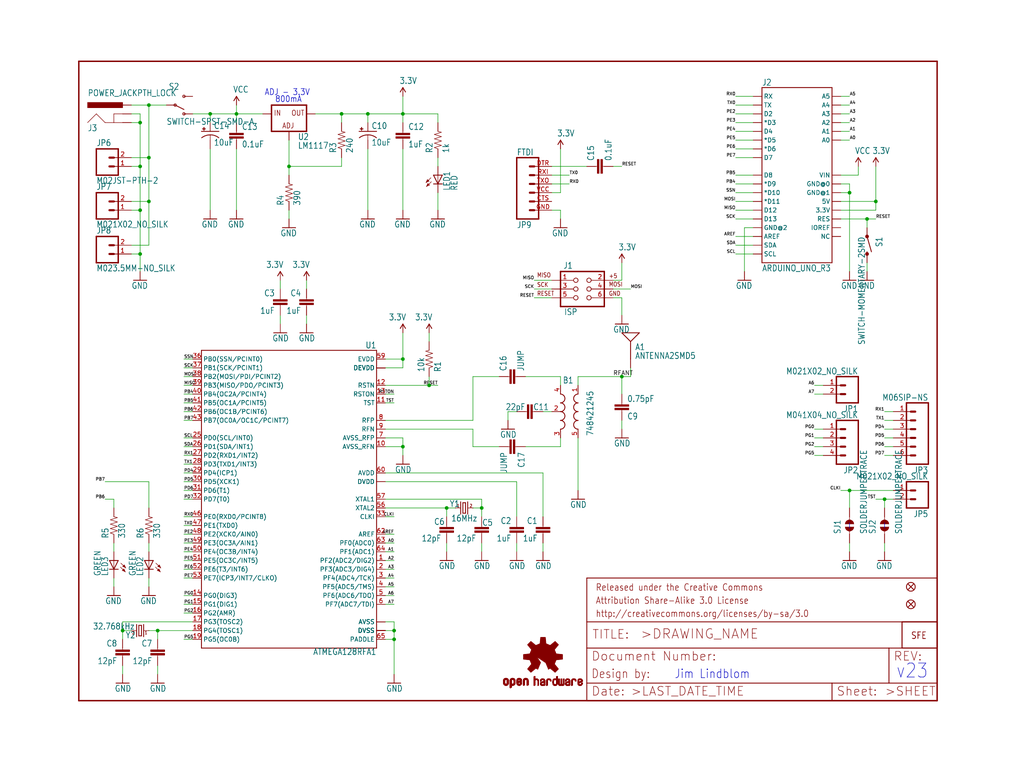
<source format=kicad_sch>
(kicad_sch (version 20211123) (generator eeschema)
  (paper "User" 297.002 223.926)
  (lib_symbols
    (symbol "eagleSchem-eagle-import:3.3V" (power)
      (property "Value" "3.3V" (at -1.016 3.556 0))
      (symbol "3.3V_1_0"
        (pin power_in line (at 0 0 90) (length 2.54) (name "3.3V") (number "1"))
      )
    )
    (symbol "eagleSchem-eagle-import:ANTENNA2SMD5"
      (property "Value" "ANTENNA2SMD5" (at 1.27 -2.54 0))
      (symbol "ANTENNA2SMD5_1_0"
        (pin bidirectional line (at 0 -5.08 90) (length 2.54) (name "SIGNAL") (number "FEED"))
      )
    )
    (symbol "eagleSchem-eagle-import:ARDUINO_UNO_R3"
      (property "Reference" "J" (at -10.16 25.908 0))
      (property "Value" "ARDUINO_UNO_R3" (at -10.16 -27.94 0))
      (symbol "ARDUINO_UNO_R3_1_0"
        (pin bidirectional line (at 12.7 -10.16 180) (length 2.54) (name "3.3V") (number "3.3V"))
        (pin bidirectional line (at 12.7 -7.62 180) (length 2.54) (name "5V") (number "5V"))
        (pin bidirectional line (at 12.7 10.16 180) (length 2.54) (name "A0") (number "A0"))
        (pin bidirectional line (at 12.7 12.7 180) (length 2.54) (name "A1") (number "A1"))
        (pin bidirectional line (at 12.7 15.24 180) (length 2.54) (name "A2") (number "A2"))
        (pin bidirectional line (at 12.7 17.78 180) (length 2.54) (name "A3") (number "A3"))
        (pin bidirectional line (at 12.7 20.32 180) (length 2.54) (name "A4") (number "A4"))
        (pin bidirectional line (at 12.7 22.86 180) (length 2.54) (name "A5") (number "A5"))
        (pin bidirectional line (at -12.7 -17.78 0) (length 2.54) (name "AREF") (number "AREF"))
        (pin bidirectional line (at -12.7 -5.08 0) (length 2.54) (name "*D10") (number "D10"))
        (pin bidirectional line (at -12.7 -7.62 0) (length 2.54) (name "*D11") (number "D11"))
        (pin bidirectional line (at -12.7 -10.16 0) (length 2.54) (name "D12") (number "D12"))
        (pin bidirectional line (at -12.7 -12.7 0) (length 2.54) (name "D13") (number "D13"))
        (pin bidirectional line (at -12.7 17.78 0) (length 2.54) (name "D2") (number "D2"))
        (pin bidirectional line (at -12.7 15.24 0) (length 2.54) (name "*D3") (number "D3"))
        (pin bidirectional line (at -12.7 12.7 0) (length 2.54) (name "D4") (number "D4"))
        (pin bidirectional line (at -12.7 10.16 0) (length 2.54) (name "*D5") (number "D5"))
        (pin bidirectional line (at -12.7 7.62 0) (length 2.54) (name "*D6") (number "D6"))
        (pin bidirectional line (at -12.7 5.08 0) (length 2.54) (name "D7") (number "D7"))
        (pin bidirectional line (at -12.7 0 0) (length 2.54) (name "D8") (number "D8"))
        (pin bidirectional line (at -12.7 -2.54 0) (length 2.54) (name "*D9") (number "D9"))
        (pin bidirectional line (at 12.7 -2.54 180) (length 2.54) (name "GND@0") (number "GND@0"))
        (pin bidirectional line (at 12.7 -5.08 180) (length 2.54) (name "GND@1") (number "GND@1"))
        (pin bidirectional line (at -12.7 -15.24 0) (length 2.54) (name "GND@2") (number "GND@2"))
        (pin bidirectional line (at 12.7 -15.24 180) (length 2.54) (name "IOREF") (number "IOREF"))
        (pin bidirectional line (at 12.7 -17.78 180) (length 2.54) (name "NC") (number "NC"))
        (pin bidirectional line (at 12.7 -12.7 180) (length 2.54) (name "RES") (number "RES"))
        (pin bidirectional line (at -12.7 22.86 0) (length 2.54) (name "RX") (number "RX"))
        (pin bidirectional line (at -12.7 -22.86 0) (length 2.54) (name "SCL") (number "SCL"))
        (pin bidirectional line (at -12.7 -20.32 0) (length 2.54) (name "SDA") (number "SDA"))
        (pin bidirectional line (at -12.7 20.32 0) (length 2.54) (name "TX") (number "TX"))
        (pin bidirectional line (at 12.7 0 180) (length 2.54) (name "VIN") (number "VIN"))
      )
    )
    (symbol "eagleSchem-eagle-import:ATMEGA128RFA1"
      (property "Reference" "U" (at -25.4 43.688 0))
      (property "Value" "ATMEGA128RFA1" (at -25.4 -45.212 0))
      (symbol "ATMEGA128RFA1_1_0"
        (pin bidirectional line (at -27.94 -17.78 0) (length 2.54) (name "PF2(ADC2/DIG2)") (number "1"))
        (pin bidirectional line (at -27.94 15.24 0) (length 2.54) (name "AVSS_RFN") (number "10"))
        (pin bidirectional line (at -27.94 27.94 0) (length 2.54) (name "TST") (number "11"))
        (pin bidirectional line (at -27.94 33.02 0) (length 2.54) (name "RSTN") (number "12"))
        (pin bidirectional line (at -27.94 30.48 0) (length 2.54) (name "RSTON") (number "13"))
        (pin bidirectional line (at 27.94 -27.94 180) (length 2.54) (name "PG0(DIG3)") (number "14"))
        (pin bidirectional line (at 27.94 -30.48 180) (length 2.54) (name "PG1(DIG1)") (number "15"))
        (pin bidirectional line (at 27.94 -33.02 180) (length 2.54) (name "PG2(AMR)") (number "16"))
        (pin bidirectional line (at 27.94 -35.56 180) (length 2.54) (name "PG3(TOSC2)") (number "17"))
        (pin bidirectional line (at 27.94 -38.1 180) (length 2.54) (name "PG4(TOSC1)") (number "18"))
        (pin bidirectional line (at 27.94 -40.64 180) (length 2.54) (name "PG5(OC0B)") (number "19"))
        (pin bidirectional line (at -27.94 -20.32 0) (length 2.54) (name "PF3(ADC3/DIG4)") (number "2"))
        (pin bidirectional line (at -27.94 -38.1 0) (length 2.54) (name "DVSS") (number "20"))
        (pin bidirectional line (at -27.94 5.08 0) (length 2.54) (name "DVDD") (number "21"))
        (pin bidirectional line (at -27.94 5.08 0) (length 2.54) (name "DVDD") (number "22"))
        (pin bidirectional line (at -27.94 38.1 0) (length 2.54) (name "DEVDD") (number "23"))
        (pin bidirectional line (at -27.94 -38.1 0) (length 2.54) (name "DVSS") (number "24"))
        (pin bidirectional line (at 27.94 17.78 180) (length 2.54) (name "PD0(SCL/INT0)") (number "25"))
        (pin bidirectional line (at 27.94 15.24 180) (length 2.54) (name "PD1(SDA/INT1)") (number "26"))
        (pin bidirectional line (at 27.94 12.7 180) (length 2.54) (name "PD2(RXD1/INT2)") (number "27"))
        (pin bidirectional line (at 27.94 10.16 180) (length 2.54) (name "PD3(TXD1/INT3)") (number "28"))
        (pin bidirectional line (at 27.94 7.62 180) (length 2.54) (name "PD4(ICP1)") (number "29"))
        (pin bidirectional line (at -27.94 -22.86 0) (length 2.54) (name "PF4(ADC4/TCK)") (number "3"))
        (pin bidirectional line (at 27.94 5.08 180) (length 2.54) (name "PD5(XCK1)") (number "30"))
        (pin bidirectional line (at 27.94 2.54 180) (length 2.54) (name "PD6(T1)") (number "31"))
        (pin bidirectional line (at 27.94 0 180) (length 2.54) (name "PD7(T0)") (number "32"))
        (pin bidirectional line (at -27.94 -5.08 0) (length 2.54) (name "CLKI") (number "33"))
        (pin bidirectional line (at -27.94 38.1 0) (length 2.54) (name "DEVDD") (number "34"))
        (pin bidirectional line (at -27.94 -38.1 0) (length 2.54) (name "DVSS") (number "35"))
        (pin bidirectional line (at 27.94 40.64 180) (length 2.54) (name "PB0(SSN/PCINT0)") (number "36"))
        (pin bidirectional line (at 27.94 38.1 180) (length 2.54) (name "PB1(SCK/PCINT1)") (number "37"))
        (pin bidirectional line (at 27.94 35.56 180) (length 2.54) (name "PB2(MOSI/PDI/PCINT2)") (number "38"))
        (pin bidirectional line (at 27.94 33.02 180) (length 2.54) (name "PB3(MISO/PDO/PCINT3)") (number "39"))
        (pin bidirectional line (at -27.94 -25.4 0) (length 2.54) (name "PF5(ADC5/TMS)") (number "4"))
        (pin bidirectional line (at 27.94 30.48 180) (length 2.54) (name "PB4(OC2A/PCINT4)") (number "40"))
        (pin bidirectional line (at 27.94 27.94 180) (length 2.54) (name "PB5(OC1A/PCINT5)") (number "41"))
        (pin bidirectional line (at 27.94 25.4 180) (length 2.54) (name "PB6(OC1B/PCINT6)") (number "42"))
        (pin bidirectional line (at 27.94 22.86 180) (length 2.54) (name "PB7(OC0A/OC1C/PCINT7)") (number "43"))
        (pin bidirectional line (at -27.94 38.1 0) (length 2.54) (name "DEVDD") (number "44"))
        (pin bidirectional line (at -27.94 -38.1 0) (length 2.54) (name "DVSS") (number "45"))
        (pin bidirectional line (at 27.94 -5.08 180) (length 2.54) (name "PE0(RXD0/PCINT8)") (number "46"))
        (pin bidirectional line (at 27.94 -7.62 180) (length 2.54) (name "PE1(TXD0)") (number "47"))
        (pin bidirectional line (at 27.94 -10.16 180) (length 2.54) (name "PE2(XCK0/AIN0)") (number "48"))
        (pin bidirectional line (at 27.94 -12.7 180) (length 2.54) (name "PE3(OC3A/AIN1)") (number "49"))
        (pin bidirectional line (at -27.94 -27.94 0) (length 2.54) (name "PF6(ADC6/TDO)") (number "5"))
        (pin bidirectional line (at 27.94 -15.24 180) (length 2.54) (name "PE4(OC3B/INT4)") (number "50"))
        (pin bidirectional line (at 27.94 -17.78 180) (length 2.54) (name "PE5(OC3C/INT5)") (number "51"))
        (pin bidirectional line (at 27.94 -20.32 180) (length 2.54) (name "PE6(T3/INT6)") (number "52"))
        (pin bidirectional line (at 27.94 -22.86 180) (length 2.54) (name "PE7(ICP3/INT7/CLKO)") (number "53"))
        (pin bidirectional line (at -27.94 38.1 0) (length 2.54) (name "DEVDD") (number "54"))
        (pin bidirectional line (at -27.94 -38.1 0) (length 2.54) (name "DVSS") (number "55"))
        (pin bidirectional line (at -27.94 -2.54 0) (length 2.54) (name "XTAL2") (number "56"))
        (pin bidirectional line (at -27.94 0 0) (length 2.54) (name "XTAL1") (number "57"))
        (pin bidirectional line (at -27.94 -35.56 0) (length 2.54) (name "AVSS") (number "58"))
        (pin bidirectional line (at -27.94 40.64 0) (length 2.54) (name "EVDD") (number "59"))
        (pin bidirectional line (at -27.94 -30.48 0) (length 2.54) (name "PF7(ADC7/TDI)") (number "6"))
        (pin bidirectional line (at -27.94 7.62 0) (length 2.54) (name "AVDD") (number "60"))
        (pin bidirectional line (at -27.94 -35.56 0) (length 2.54) (name "AVSS") (number "61"))
        (pin bidirectional line (at -27.94 -10.16 0) (length 2.54) (name "AREF") (number "62"))
        (pin bidirectional line (at -27.94 -12.7 0) (length 2.54) (name "PF0(ADC0)") (number "63"))
        (pin bidirectional line (at -27.94 -15.24 0) (length 2.54) (name "PF1(ADC1)") (number "64"))
        (pin bidirectional line (at -27.94 -40.64 0) (length 2.54) (name "PADDLE") (number "65"))
        (pin bidirectional line (at -27.94 17.78 0) (length 2.54) (name "AVSS_RFP") (number "7"))
        (pin bidirectional line (at -27.94 22.86 0) (length 2.54) (name "RFP") (number "8"))
        (pin bidirectional line (at -27.94 20.32 0) (length 2.54) (name "RFN") (number "9"))
      )
    )
    (symbol "eagleSchem-eagle-import:AVR_SPI_PRG_6NS"
      (property "Reference" "J" (at -4.318 5.842 0))
      (property "Value" "AVR_SPI_PRG_6NS" (at -4.064 -7.62 0))
      (symbol "AVR_SPI_PRG_6NS_1_0"
        (text "+5" (at 8.89 3.048 0) (effects (font (size 1.27 1.0795)) (justify left bottom)))
        (text "GND" (at 8.89 -2.032 0) (effects (font (size 1.27 1.0795)) (justify left bottom)))
        (text "MISO" (at -11.938 3.302 0) (effects (font (size 1.27 1.0795)) (justify left bottom)))
        (text "MOSI" (at 8.89 0.635 0) (effects (font (size 1.27 1.0795)) (justify left bottom)))
        (text "RESET" (at -11.938 -2.032 0) (effects (font (size 1.27 1.0795)) (justify left bottom)))
        (text "SCK" (at -11.938 0.508 0) (effects (font (size 1.27 1.0795)) (justify left bottom)))
        (pin passive inverted (at -7.62 2.54 0) (length 7.62) (name "1") (number "1"))
        (pin passive inverted (at 10.16 2.54 180) (length 7.62) (name "2") (number "2"))
        (pin passive inverted (at -7.62 0 0) (length 7.62) (name "3") (number "3"))
        (pin passive inverted (at 10.16 0 180) (length 7.62) (name "4") (number "4"))
        (pin passive inverted (at -7.62 -2.54 0) (length 7.62) (name "5") (number "5"))
        (pin passive inverted (at 10.16 -2.54 180) (length 7.62) (name "6") (number "6"))
      )
    )
    (symbol "eagleSchem-eagle-import:BALUN0805"
      (property "Reference" "B" (at -5.08 -20.32 0))
      (property "Value" "BALUN0805" (at -5.08 -17.78 0))
      (symbol "BALUN0805_1_0"
        (pin bidirectional line (at -2.54 5.08 270) (length 2.54) (name "IN") (number "1"))
        (pin bidirectional line (at 5.08 -2.54 180) (length 2.54) (name "GND@2") (number "2"))
        (pin bidirectional line (at 2.54 -10.16 90) (length 2.54) (name "OUT2") (number "3"))
        (pin bidirectional line (at 2.54 5.08 270) (length 2.54) (name "OUT1") (number "4"))
        (pin bidirectional line (at -2.54 -10.16 90) (length 2.54) (name "GND@5") (number "5"))
      )
    )
    (symbol "eagleSchem-eagle-import:CAP0402-CAP"
      (property "Reference" "C" (at 1.524 2.921 0))
      (property "Value" "CAP0402-CAP" (at 1.524 -2.159 0))
      (symbol "CAP0402-CAP_1_0"
        (pin passive line (at 0 5.08 270) (length 2.54) (name "1") (number "1"))
        (pin passive line (at 0 -2.54 90) (length 2.54) (name "2") (number "2"))
      )
    )
    (symbol "eagleSchem-eagle-import:CAP_POL1206"
      (property "Reference" "C" (at 1.016 0.635 0))
      (property "Value" "CAP_POL1206" (at 1.016 -4.191 0))
      (symbol "CAP_POL1206_1_0"
        (pin passive line (at 0 2.54 270) (length 2.54) (name "+") (number "A"))
        (pin passive line (at 0 -5.08 90) (length 2.54) (name "-") (number "C"))
      )
    )
    (symbol "eagleSchem-eagle-import:CRYSTAL32-SMD"
      (property "Reference" "Y" (at 2.54 1.016 0))
      (property "Value" "CRYSTAL32-SMD" (at 2.54 -2.54 0))
      (symbol "CRYSTAL32-SMD_1_0"
        (text "1" (at -2.159 -1.143 0) (effects (font (size 0.8636 0.734)) (justify left bottom)))
        (text "2" (at 1.524 -1.143 0) (effects (font (size 0.8636 0.734)) (justify left bottom)))
        (pin passive line (at -2.54 0 0) (length 0) (name "1") (number "X1"))
        (pin passive line (at 2.54 0 180) (length 0) (name "2") (number "X2"))
      )
    )
    (symbol "eagleSchem-eagle-import:CRYSTAL5X3"
      (property "Reference" "Y" (at 2.54 1.016 0))
      (property "Value" "CRYSTAL5X3" (at 2.54 -2.54 0))
      (symbol "CRYSTAL5X3_1_0"
        (text "1" (at -2.159 -1.143 0) (effects (font (size 0.8636 0.734)) (justify left bottom)))
        (text "2" (at 1.524 -1.143 0) (effects (font (size 0.8636 0.734)) (justify left bottom)))
        (pin passive line (at -2.54 0 0) (length 0) (name "1") (number "1"))
        (pin passive line (at 2.54 0 180) (length 0) (name "2") (number "3"))
      )
    )
    (symbol "eagleSchem-eagle-import:FIDUCIALUFIDUCIAL")
    (symbol "eagleSchem-eagle-import:FRAME-LETTER"
      (symbol "FRAME-LETTER_2_0"
        (text ">DRAWING_NAME" (at 15.494 17.78 0) (effects (font (size 2.7432 2.7432)) (justify left bottom)))
        (text ">LAST_DATE_TIME" (at 12.7 1.27 0) (effects (font (size 2.54 2.54)) (justify left bottom)))
        (text ">SHEET" (at 86.36 1.27 0) (effects (font (size 2.54 2.54)) (justify left bottom)))
        (text "Attribution Share-Alike 3.0 License" (at 2.54 27.94 0) (effects (font (size 1.9304 1.6408)) (justify left bottom)))
        (text "Date:" (at 1.27 1.27 0) (effects (font (size 2.54 2.54)) (justify left bottom)))
        (text "Design by:" (at 1.27 6.35 0) (effects (font (size 2.54 2.159)) (justify left bottom)))
        (text "Document Number:" (at 1.27 11.43 0) (effects (font (size 2.54 2.54)) (justify left bottom)))
        (text "http://creativecommons.org/licenses/by-sa/3.0" (at 2.54 24.13 0) (effects (font (size 1.9304 1.6408)) (justify left bottom)))
        (text "Released under the Creative Commons" (at 2.54 31.75 0) (effects (font (size 1.9304 1.6408)) (justify left bottom)))
        (text "REV:" (at 88.9 11.43 0) (effects (font (size 2.54 2.54)) (justify left bottom)))
        (text "Sheet:" (at 72.39 1.27 0) (effects (font (size 2.54 2.54)) (justify left bottom)))
        (text "TITLE:" (at 1.524 17.78 0) (effects (font (size 2.54 2.54)) (justify left bottom)))
      )
    )
    (symbol "eagleSchem-eagle-import:FTDI_BASICPTH"
      (property "Reference" "JP" (at -5.08 10.922 0))
      (property "Value" "FTDI_BASICPTH" (at -5.08 -10.16 0))
      (symbol "FTDI_BASICPTH_1_0"
        (pin passive line (at 5.08 5.08 180) (length 5.08) (name "5") (number "CTS"))
        (pin passive line (at 5.08 -5.08 180) (length 5.08) (name "1") (number "DTR"))
        (pin passive line (at 5.08 7.62 180) (length 5.08) (name "6") (number "GND"))
        (pin passive line (at 5.08 -2.54 180) (length 5.08) (name "2") (number "RXI"))
        (pin passive line (at 5.08 0 180) (length 5.08) (name "3") (number "TXO"))
        (pin passive line (at 5.08 2.54 180) (length 5.08) (name "4") (number "VCC"))
      )
    )
    (symbol "eagleSchem-eagle-import:GND" (power)
      (property "Value" "GND" (at -2.54 -2.54 0))
      (symbol "GND_1_0"
        (pin power_in line (at 0 2.54 270) (length 2.54) (name "GND") (number "1"))
      )
    )
    (symbol "eagleSchem-eagle-import:LED0603"
      (property "Reference" "LED" (at 3.556 -4.572 90))
      (property "Value" "LED0603" (at 5.715 -4.572 90))
      (symbol "LED0603_1_0"
        (pin passive line (at 0 2.54 270) (length 2.54) (name "A") (number "A"))
        (pin passive line (at 0 -5.08 90) (length 2.54) (name "C") (number "C"))
      )
    )
    (symbol "eagleSchem-eagle-import:LOGO-SFENEW"
      (symbol "LOGO-SFENEW_1_0"
        (text "SFE" (at 0 0 0) (effects (font (size 1.9304 1.6408)) (justify left bottom)))
      )
    )
    (symbol "eagleSchem-eagle-import:M021X02_NO_SILK"
      (property "Reference" "JP" (at -2.54 5.842 0))
      (property "Value" "M021X02_NO_SILK" (at -2.54 -5.08 0))
      (symbol "M021X02_NO_SILK_1_0"
        (pin passive line (at 7.62 0 180) (length 5.08) (name "1") (number "1"))
        (pin passive line (at 7.62 2.54 180) (length 5.08) (name "2") (number "2"))
      )
    )
    (symbol "eagleSchem-eagle-import:M023.5MM-NO_SILK"
      (property "Reference" "JP" (at -2.54 5.842 0))
      (property "Value" "M023.5MM-NO_SILK" (at -2.54 -5.08 0))
      (symbol "M023.5MM-NO_SILK_1_0"
        (pin passive line (at 7.62 0 180) (length 5.08) (name "1") (number "1"))
        (pin passive line (at 7.62 2.54 180) (length 5.08) (name "2") (number "2"))
      )
    )
    (symbol "eagleSchem-eagle-import:M02JST-PTH-2"
      (property "Reference" "JP" (at -2.54 5.842 0))
      (property "Value" "M02JST-PTH-2" (at -2.54 -5.08 0))
      (symbol "M02JST-PTH-2_1_0"
        (pin passive line (at 7.62 0 180) (length 5.08) (name "1") (number "1"))
        (pin passive line (at 7.62 2.54 180) (length 5.08) (name "2") (number "2"))
      )
    )
    (symbol "eagleSchem-eagle-import:M041X04_NO_SILK"
      (property "Reference" "JP" (at -5.08 8.382 0))
      (property "Value" "M041X04_NO_SILK" (at -5.08 -7.62 0))
      (symbol "M041X04_NO_SILK_1_0"
        (pin passive line (at 5.08 -2.54 180) (length 5.08) (name "1") (number "1"))
        (pin passive line (at 5.08 0 180) (length 5.08) (name "2") (number "2"))
        (pin passive line (at 5.08 2.54 180) (length 5.08) (name "3") (number "3"))
        (pin passive line (at 5.08 5.08 180) (length 5.08) (name "4") (number "4"))
      )
    )
    (symbol "eagleSchem-eagle-import:M06SIP-NS"
      (property "Reference" "JP" (at -5.08 10.922 0))
      (property "Value" "M06SIP-NS" (at -5.08 -10.16 0))
      (symbol "M06SIP-NS_1_0"
        (pin passive line (at 5.08 -5.08 180) (length 5.08) (name "1") (number "1"))
        (pin passive line (at 5.08 -2.54 180) (length 5.08) (name "2") (number "2"))
        (pin passive line (at 5.08 0 180) (length 5.08) (name "3") (number "3"))
        (pin passive line (at 5.08 2.54 180) (length 5.08) (name "4") (number "4"))
        (pin passive line (at 5.08 5.08 180) (length 5.08) (name "5") (number "5"))
        (pin passive line (at 5.08 7.62 180) (length 5.08) (name "6") (number "6"))
      )
    )
    (symbol "eagleSchem-eagle-import:OSHW-LOGOS")
    (symbol "eagleSchem-eagle-import:POWER_JACKPTH_LOCK"
      (property "Reference" "J" (at -10.16 0 0))
      (property "Value" "POWER_JACKPTH_LOCK" (at -10.16 10.16 0))
      (symbol "POWER_JACKPTH_LOCK_1_0"
        (pin bidirectional line (at 2.54 2.54 180) (length 2.54) (name "GND") (number "GND"))
        (pin bidirectional line (at 2.54 5.08 180) (length 2.54) (name "GNDBREAK") (number "GNDBREAK"))
        (pin bidirectional line (at 2.54 7.62 180) (length 2.54) (name "PWR") (number "PWR"))
      )
    )
    (symbol "eagleSchem-eagle-import:RESISTOR0402-RES"
      (property "Reference" "R" (at -3.81 1.4986 0))
      (property "Value" "RESISTOR0402-RES" (at -3.81 -3.302 0))
      (symbol "RESISTOR0402-RES_1_0"
        (pin passive line (at -5.08 0 0) (length 2.54) (name "1") (number "1"))
        (pin passive line (at 5.08 0 180) (length 2.54) (name "2") (number "2"))
      )
    )
    (symbol "eagleSchem-eagle-import:SOLDERJUMPERTRACE"
      (property "Reference" "SJ" (at -2.54 2.54 0))
      (property "Value" "SOLDERJUMPERTRACE" (at -2.54 -5.08 0))
      (symbol "SOLDERJUMPERTRACE_1_0"
        (pin passive line (at -5.08 0 0) (length 2.54) (name "1") (number "1"))
        (pin passive line (at 5.08 0 180) (length 2.54) (name "2") (number "2"))
      )
    )
    (symbol "eagleSchem-eagle-import:SWITCH-MOMENTARY-2SMD"
      (property "Reference" "S" (at -2.54 2.54 0))
      (property "Value" "SWITCH-MOMENTARY-2SMD" (at -2.54 -2.54 0))
      (symbol "SWITCH-MOMENTARY-2SMD_1_0"
        (pin passive line (at -5.08 0 0) (length 2.54) (name "1") (number "1"))
        (pin passive line (at 5.08 0 180) (length 2.54) (name "2") (number "3"))
      )
    )
    (symbol "eagleSchem-eagle-import:SWITCH-SPST-SMD-A"
      (property "Reference" "S" (at -1.905 -6.35 0))
      (property "Value" "SWITCH-SPST-SMD-A" (at -2.54 3.81 0))
      (symbol "SWITCH-SPST-SMD-A_1_0"
        (pin passive line (at 5.08 2.54 180) (length 2.54) (name "O") (number "1"))
        (pin passive line (at -2.54 0 0) (length 2.54) (name "P") (number "2"))
        (pin passive line (at 5.08 -2.54 180) (length 2.54) (name "S") (number "3"))
      )
    )
    (symbol "eagleSchem-eagle-import:VCC" (power)
      (property "Value" "VCC" (at -1.016 3.556 0))
      (symbol "VCC_1_0"
        (pin power_in line (at 0 0 90) (length 2.54) (name "VCC") (number "1"))
      )
    )
    (symbol "eagleSchem-eagle-import:V_REG_317SMD"
      (property "Reference" "U" (at 2.54 -7.62 0))
      (property "Value" "V_REG_317SMD" (at 2.54 -10.16 0))
      (symbol "V_REG_317SMD_1_0"
        (text "ADJ" (at -2.032 -4.318 0) (effects (font (size 1.524 1.2954)) (justify left bottom)))
        (text "IN" (at -4.445 -0.635 0) (effects (font (size 1.524 1.2954)) (justify left bottom)))
        (text "OUT" (at 0.635 -0.635 0) (effects (font (size 1.524 1.2954)) (justify left bottom)))
        (pin input line (at 0 -7.62 90) (length 2.54) (name "ADJ") (number "1"))
        (pin output line (at 7.62 0 180) (length 2.54) (name "OUT") (number "2"))
        (pin input line (at -7.62 0 0) (length 2.54) (name "IN") (number "3"))
      )
    )
  )
  (junction (at 106.68 33.02))
  (junction (at 251.46 63.5))
  (junction (at 43.18 30.48))
  (junction (at 83.82 48.26))
  (junction (at 99.06 33.02))
  (junction (at 114.3 182.88))
  (junction (at 254 58.42))
  (junction (at 139.7 147.32))
  (junction (at 40.64 35.56))
  (junction (at 43.18 45.72))
  (junction (at 60.96 33.02))
  (junction (at 246.38 142.24))
  (junction (at 114.3 185.42))
  (junction (at 40.64 60.96))
  (junction (at 116.84 129.54))
  (junction (at 35.56 182.88))
  (junction (at 116.84 33.02))
  (junction (at 124.46 111.76))
  (junction (at 40.64 48.26))
  (junction (at 68.58 33.02))
  (junction (at 129.54 147.32))
  (junction (at 43.18 58.42))
  (junction (at 45.72 182.88))
  (junction (at 246.38 55.88))
  (junction (at 256.54 144.78))
  (junction (at 180.34 109.22))
  (junction (at 116.84 104.14))
  (junction (at 40.64 73.66))
  (wire (pts (xy 256.54 160.02) (xy 256.54 157.48)))
  (wire (pts (xy 177.8 81.28) (xy 180.34 81.28)))
  (wire (pts (xy 40.64 48.26) (xy 40.64 60.96)))
  (wire (pts (xy 218.44 27.94) (xy 213.36 27.94)))
  (wire (pts (xy 139.7 147.32) (xy 139.7 144.78)))
  (wire (pts (xy 40.64 73.66) (xy 40.64 78.74)))
  (wire (pts (xy 243.84 60.96) (xy 254 60.96)))
  (wire (pts (xy 218.44 40.64) (xy 213.36 40.64)))
  (wire (pts (xy 182.88 109.22) (xy 180.34 109.22)))
  (wire (pts (xy 111.76 162.56) (xy 114.3 162.56)))
  (wire (pts (xy 114.3 185.42) (xy 114.3 195.58)))
  (wire (pts (xy 68.58 33.02) (xy 68.58 30.48)))
  (wire (pts (xy 111.76 127) (xy 116.84 127)))
  (wire (pts (xy 38.1 35.56) (xy 40.64 35.56)))
  (wire (pts (xy 256.54 147.32) (xy 256.54 144.78)))
  (wire (pts (xy 167.64 109.22) (xy 180.34 109.22)))
  (wire (pts (xy 129.54 149.86) (xy 129.54 147.32)))
  (wire (pts (xy 137.16 124.46) (xy 137.16 129.54)))
  (wire (pts (xy 218.44 33.02) (xy 213.36 33.02)))
  (wire (pts (xy 259.08 119.38) (xy 256.54 119.38)))
  (wire (pts (xy 259.08 121.92) (xy 256.54 121.92)))
  (wire (pts (xy 243.84 40.64) (xy 246.38 40.64)))
  (wire (pts (xy 116.84 132.08) (xy 116.84 129.54)))
  (wire (pts (xy 218.44 63.5) (xy 213.36 63.5)))
  (wire (pts (xy 243.84 30.48) (xy 246.38 30.48)))
  (wire (pts (xy 243.84 53.34) (xy 246.38 53.34)))
  (wire (pts (xy 111.76 121.92) (xy 137.16 121.92)))
  (wire (pts (xy 43.18 167.64) (xy 43.18 170.18)))
  (wire (pts (xy 55.88 167.64) (xy 53.34 167.64)))
  (wire (pts (xy 83.82 48.26) (xy 83.82 50.8)))
  (wire (pts (xy 243.84 50.8) (xy 248.92 50.8)))
  (wire (pts (xy 127 48.26) (xy 127 45.72)))
  (wire (pts (xy 55.88 111.76) (xy 53.34 111.76)))
  (wire (pts (xy 116.84 35.56) (xy 116.84 33.02)))
  (wire (pts (xy 157.48 137.16) (xy 157.48 149.86)))
  (wire (pts (xy 43.18 139.7) (xy 30.48 139.7)))
  (wire (pts (xy 170.18 48.26) (xy 160.02 48.26)))
  (wire (pts (xy 218.44 50.8) (xy 213.36 50.8)))
  (wire (pts (xy 218.44 58.42) (xy 213.36 58.42)))
  (wire (pts (xy 38.1 60.96) (xy 40.64 60.96)))
  (wire (pts (xy 139.7 144.78) (xy 111.76 144.78)))
  (wire (pts (xy 254 60.96) (xy 254 58.42)))
  (wire (pts (xy 55.88 129.54) (xy 53.34 129.54)))
  (wire (pts (xy 55.88 116.84) (xy 53.34 116.84)))
  (wire (pts (xy 111.76 137.16) (xy 157.48 137.16)))
  (wire (pts (xy 180.34 124.46) (xy 180.34 121.92)))
  (wire (pts (xy 160.02 83.82) (xy 154.94 83.82)))
  (wire (pts (xy 139.7 149.86) (xy 139.7 147.32)))
  (wire (pts (xy 218.44 35.56) (xy 213.36 35.56)))
  (wire (pts (xy 55.88 132.08) (xy 53.34 132.08)))
  (wire (pts (xy 68.58 60.96) (xy 68.58 43.18)))
  (wire (pts (xy 238.76 132.08) (xy 236.22 132.08)))
  (wire (pts (xy 60.96 35.56) (xy 60.96 33.02)))
  (wire (pts (xy 43.18 147.32) (xy 43.18 139.7)))
  (wire (pts (xy 162.56 60.96) (xy 162.56 63.5)))
  (wire (pts (xy 246.38 142.24) (xy 243.84 142.24)))
  (wire (pts (xy 238.76 114.3) (xy 236.22 114.3)))
  (wire (pts (xy 218.44 68.58) (xy 213.36 68.58)))
  (wire (pts (xy 116.84 106.68) (xy 116.84 104.14)))
  (wire (pts (xy 180.34 114.3) (xy 180.34 109.22)))
  (wire (pts (xy 99.06 48.26) (xy 83.82 48.26)))
  (wire (pts (xy 243.84 27.94) (xy 246.38 27.94)))
  (wire (pts (xy 45.72 185.42) (xy 45.72 182.88)))
  (wire (pts (xy 55.88 177.8) (xy 53.34 177.8)))
  (wire (pts (xy 33.02 147.32) (xy 33.02 144.78)))
  (wire (pts (xy 55.88 162.56) (xy 53.34 162.56)))
  (wire (pts (xy 99.06 33.02) (xy 106.68 33.02)))
  (wire (pts (xy 111.76 170.18) (xy 114.3 170.18)))
  (wire (pts (xy 38.1 58.42) (xy 43.18 58.42)))
  (wire (pts (xy 55.88 185.42) (xy 53.34 185.42)))
  (wire (pts (xy 68.58 33.02) (xy 76.2 33.02)))
  (wire (pts (xy 160.02 81.28) (xy 154.94 81.28)))
  (wire (pts (xy 162.56 55.88) (xy 162.56 43.18)))
  (wire (pts (xy 259.08 127) (xy 256.54 127)))
  (wire (pts (xy 111.76 172.72) (xy 114.3 172.72)))
  (wire (pts (xy 111.76 139.7) (xy 149.86 139.7)))
  (wire (pts (xy 33.02 144.78) (xy 30.48 144.78)))
  (wire (pts (xy 243.84 55.88) (xy 246.38 55.88)))
  (wire (pts (xy 246.38 53.34) (xy 246.38 55.88)))
  (wire (pts (xy 83.82 40.64) (xy 83.82 48.26)))
  (wire (pts (xy 160.02 50.8) (xy 165.1 50.8)))
  (wire (pts (xy 256.54 144.78) (xy 254 144.78)))
  (wire (pts (xy 218.44 43.18) (xy 213.36 43.18)))
  (wire (pts (xy 55.88 109.22) (xy 53.34 109.22)))
  (wire (pts (xy 243.84 58.42) (xy 254 58.42)))
  (wire (pts (xy 139.7 160.02) (xy 139.7 157.48)))
  (wire (pts (xy 33.02 157.48) (xy 33.02 160.02)))
  (wire (pts (xy 43.18 58.42) (xy 43.18 45.72)))
  (wire (pts (xy 259.08 144.78) (xy 256.54 144.78)))
  (wire (pts (xy 218.44 66.04) (xy 215.9 66.04)))
  (wire (pts (xy 81.28 81.28) (xy 81.28 83.82)))
  (wire (pts (xy 55.88 33.02) (xy 60.96 33.02)))
  (wire (pts (xy 238.76 129.54) (xy 236.22 129.54)))
  (wire (pts (xy 55.88 152.4) (xy 53.34 152.4)))
  (wire (pts (xy 254 58.42) (xy 254 48.26)))
  (wire (pts (xy 180.34 81.28) (xy 180.34 76.2)))
  (wire (pts (xy 111.76 116.84) (xy 114.3 116.84)))
  (wire (pts (xy 180.34 86.36) (xy 180.34 91.44)))
  (wire (pts (xy 38.1 48.26) (xy 40.64 48.26)))
  (wire (pts (xy 259.08 132.08) (xy 256.54 132.08)))
  (wire (pts (xy 35.56 180.34) (xy 55.88 180.34)))
  (wire (pts (xy 127 33.02) (xy 127 35.56)))
  (wire (pts (xy 81.28 93.98) (xy 81.28 91.44)))
  (wire (pts (xy 55.88 149.86) (xy 53.34 149.86)))
  (wire (pts (xy 246.38 147.32) (xy 246.38 142.24)))
  (wire (pts (xy 182.88 109.22) (xy 182.88 106.68)))
  (wire (pts (xy 215.9 78.74) (xy 215.9 66.04)))
  (wire (pts (xy 38.1 71.12) (xy 43.18 71.12)))
  (wire (pts (xy 157.48 160.02) (xy 157.48 157.48)))
  (wire (pts (xy 55.88 165.1) (xy 53.34 165.1)))
  (wire (pts (xy 218.44 55.88) (xy 213.36 55.88)))
  (wire (pts (xy 55.88 157.48) (xy 53.34 157.48)))
  (wire (pts (xy 111.76 180.34) (xy 114.3 180.34)))
  (wire (pts (xy 129.54 147.32) (xy 111.76 147.32)))
  (wire (pts (xy 55.88 172.72) (xy 53.34 172.72)))
  (wire (pts (xy 38.1 45.72) (xy 43.18 45.72)))
  (wire (pts (xy 38.1 30.48) (xy 43.18 30.48)))
  (wire (pts (xy 38.1 33.02) (xy 40.64 33.02)))
  (wire (pts (xy 43.18 71.12) (xy 43.18 58.42)))
  (polyline (pts (xy 256.54 151.638) (xy 256.54 153.162)))
  (wire (pts (xy 147.32 119.38) (xy 147.32 121.92)))
  (wire (pts (xy 243.84 35.56) (xy 246.38 35.56)))
  (wire (pts (xy 55.88 119.38) (xy 53.34 119.38)))
  (wire (pts (xy 106.68 33.02) (xy 116.84 33.02)))
  (wire (pts (xy 45.72 195.58) (xy 45.72 193.04)))
  (wire (pts (xy 149.86 160.02) (xy 149.86 157.48)))
  (wire (pts (xy 111.76 106.68) (xy 116.84 106.68)))
  (wire (pts (xy 88.9 81.28) (xy 88.9 83.82)))
  (wire (pts (xy 43.18 157.48) (xy 43.18 160.02)))
  (wire (pts (xy 38.1 182.88) (xy 35.56 182.88)))
  (wire (pts (xy 55.88 160.02) (xy 53.34 160.02)))
  (wire (pts (xy 177.8 83.82) (xy 182.88 83.82)))
  (wire (pts (xy 160.02 60.96) (xy 162.56 60.96)))
  (wire (pts (xy 238.76 124.46) (xy 236.22 124.46)))
  (wire (pts (xy 259.08 129.54) (xy 256.54 129.54)))
  (wire (pts (xy 137.16 121.92) (xy 137.16 109.22)))
  (wire (pts (xy 129.54 160.02) (xy 129.54 157.48)))
  (wire (pts (xy 111.76 154.94) (xy 114.3 154.94)))
  (wire (pts (xy 40.64 60.96) (xy 40.64 73.66)))
  (wire (pts (xy 55.88 104.14) (xy 53.34 104.14)))
  (wire (pts (xy 55.88 134.62) (xy 53.34 134.62)))
  (wire (pts (xy 246.38 160.02) (xy 246.38 157.48)))
  (wire (pts (xy 160.02 119.38) (xy 157.48 119.38)))
  (wire (pts (xy 162.56 129.54) (xy 162.56 127)))
  (wire (pts (xy 60.96 60.96) (xy 60.96 43.18)))
  (wire (pts (xy 55.88 154.94) (xy 53.34 154.94)))
  (wire (pts (xy 68.58 35.56) (xy 68.58 33.02)))
  (wire (pts (xy 167.64 127) (xy 167.64 142.24)))
  (wire (pts (xy 111.76 111.76) (xy 124.46 111.76)))
  (wire (pts (xy 251.46 63.5) (xy 254 63.5)))
  (wire (pts (xy 259.08 142.24) (xy 246.38 142.24)))
  (wire (pts (xy 35.56 185.42) (xy 35.56 182.88)))
  (wire (pts (xy 35.56 195.58) (xy 35.56 193.04)))
  (wire (pts (xy 137.16 129.54) (xy 144.78 129.54)))
  (wire (pts (xy 251.46 66.04) (xy 251.46 63.5)))
  (wire (pts (xy 160.02 86.36) (xy 154.94 86.36)))
  (wire (pts (xy 149.86 119.38) (xy 147.32 119.38)))
  (wire (pts (xy 38.1 73.66) (xy 40.64 73.66)))
  (wire (pts (xy 99.06 35.56) (xy 99.06 33.02)))
  (wire (pts (xy 218.44 60.96) (xy 213.36 60.96)))
  (wire (pts (xy 124.46 111.76) (xy 127 111.76)))
  (wire (pts (xy 83.82 63.5) (xy 83.82 60.96)))
  (wire (pts (xy 116.84 127) (xy 116.84 129.54)))
  (wire (pts (xy 152.4 129.54) (xy 162.56 129.54)))
  (wire (pts (xy 152.4 109.22) (xy 162.56 109.22)))
  (wire (pts (xy 243.84 33.02) (xy 246.38 33.02)))
  (wire (pts (xy 218.44 45.72) (xy 213.36 45.72)))
  (wire (pts (xy 55.88 127) (xy 53.34 127)))
  (wire (pts (xy 160.02 55.88) (xy 162.56 55.88)))
  (wire (pts (xy 111.76 149.86) (xy 114.3 149.86)))
  (wire (pts (xy 251.46 78.74) (xy 251.46 76.2)))
  (wire (pts (xy 111.76 104.14) (xy 116.84 104.14)))
  (wire (pts (xy 43.18 30.48) (xy 48.26 30.48)))
  (wire (pts (xy 124.46 96.52) (xy 124.46 99.06)))
  (wire (pts (xy 99.06 45.72) (xy 99.06 48.26)))
  (wire (pts (xy 111.76 175.26) (xy 114.3 175.26)))
  (wire (pts (xy 111.76 185.42) (xy 114.3 185.42)))
  (wire (pts (xy 40.64 35.56) (xy 40.64 48.26)))
  (wire (pts (xy 177.8 86.36) (xy 180.34 86.36)))
  (wire (pts (xy 55.88 139.7) (xy 53.34 139.7)))
  (wire (pts (xy 60.96 33.02) (xy 68.58 33.02)))
  (wire (pts (xy 40.64 33.02) (xy 40.64 35.56)))
  (wire (pts (xy 149.86 139.7) (xy 149.86 149.86)))
  (wire (pts (xy 55.88 144.78) (xy 53.34 144.78)))
  (wire (pts (xy 55.88 175.26) (xy 53.34 175.26)))
  (wire (pts (xy 137.16 147.32) (xy 139.7 147.32)))
  (wire (pts (xy 259.08 124.46) (xy 256.54 124.46)))
  (wire (pts (xy 167.64 111.76) (xy 167.64 109.22)))
  (wire (pts (xy 218.44 71.12) (xy 213.36 71.12)))
  (wire (pts (xy 111.76 157.48) (xy 114.3 157.48)))
  (wire (pts (xy 111.76 167.64) (xy 114.3 167.64)))
  (wire (pts (xy 116.84 33.02) (xy 116.84 27.94)))
  (wire (pts (xy 218.44 38.1) (xy 213.36 38.1)))
  (wire (pts (xy 111.76 182.88) (xy 114.3 182.88)))
  (wire (pts (xy 35.56 182.88) (xy 35.56 180.34)))
  (wire (pts (xy 238.76 127) (xy 236.22 127)))
  (wire (pts (xy 127 60.96) (xy 127 55.88)))
  (wire (pts (xy 55.88 137.16) (xy 53.34 137.16)))
  (wire (pts (xy 111.76 160.02) (xy 114.3 160.02)))
  (wire (pts (xy 55.88 114.3) (xy 53.34 114.3)))
  (wire (pts (xy 88.9 93.98) (xy 88.9 91.44)))
  (wire (pts (xy 218.44 73.66) (xy 213.36 73.66)))
  (wire (pts (xy 114.3 180.34) (xy 114.3 182.88)))
  (wire (pts (xy 55.88 121.92) (xy 53.34 121.92)))
  (wire (pts (xy 137.16 109.22) (xy 144.78 109.22)))
  (wire (pts (xy 114.3 182.88) (xy 114.3 185.42)))
  (wire (pts (xy 177.8 48.26) (xy 180.34 48.26)))
  (wire (pts (xy 238.76 111.76) (xy 236.22 111.76)))
  (wire (pts (xy 116.84 60.96) (xy 116.84 43.18)))
  (wire (pts (xy 129.54 147.32) (xy 132.08 147.32)))
  (wire (pts (xy 246.38 55.88) (xy 246.38 78.74)))
  (wire (pts (xy 43.18 45.72) (xy 43.18 30.48)))
  (wire (pts (xy 124.46 111.76) (xy 124.46 109.22)))
  (wire (pts (xy 33.02 167.64) (xy 33.02 170.18)))
  (wire (pts (xy 111.76 124.46) (xy 137.16 124.46)))
  (wire (pts (xy 111.76 114.3) (xy 114.3 114.3)))
  (wire (pts (xy 43.18 182.88) (xy 45.72 182.88)))
  (wire (pts (xy 243.84 63.5) (xy 251.46 63.5)))
  (wire (pts (xy 160.02 53.34) (xy 165.1 53.34)))
  (wire (pts (xy 55.88 182.88) (xy 45.72 182.88)))
  (wire (pts (xy 248.92 50.8) (xy 248.92 48.26)))
  (wire (pts (xy 116.84 33.02) (xy 127 33.02)))
  (wire (pts (xy 243.84 38.1) (xy 246.38 38.1)))
  (polyline (pts (xy 246.38 151.638) (xy 246.38 153.162)))
  (wire (pts (xy 111.76 129.54) (xy 116.84 129.54)))
  (wire (pts (xy 111.76 165.1) (xy 114.3 165.1)))
  (wire (pts (xy 116.84 104.14) (xy 116.84 96.52)))
  (wire (pts (xy 218.44 53.34) (xy 213.36 53.34)))
  (wire (pts (xy 55.88 142.24) (xy 53.34 142.24)))
  (wire (pts (xy 218.44 30.48) (xy 213.36 30.48)))
  (wire (pts (xy 106.68 35.56) (xy 106.68 33.02)))
  (wire (pts (xy 106.68 43.18) (xy 106.68 60.96)))
  (wire (pts (xy 91.44 33.02) (xy 99.06 33.02)))
  (wire (pts (xy 55.88 106.68) (xy 53.34 106.68)))
  (wire (pts (xy 162.56 109.22) (xy 162.56 111.76)))
  (text "800mA" (at 79.756 29.972 180) (effects (font (size 1.778 1.5113)) (justify left bottom)))
  (text "v23" (at 259.842 197.104 180) (effects (font (size 4.064 3.4544)) (justify left bottom)))
  (text "Jim Lindblom" (at 195.58 197.104 180) (effects (font (size 2.54 2.159)) (justify left bottom)))
  (text "ADJ - 3.3V" (at 76.708 27.94 180) (effects (font (size 1.778 1.5113)) (justify left bottom)))
  (label "PE4" (at 213.36 38.1 180) (effects (font (size 0.889 0.889))))
  (label "PB6" (at 30.48 144.78 180) (effects (font (size 0.889 0.889))))
  (label "SCK" (at 53.34 106.68 0) (effects (font (size 0.889 0.889))))
  (label "PE5" (at 53.34 162.56 0) (effects (font (size 0.889 0.889))))
  (label "RESET" (at 154.94 86.36 180) (effects (font (size 0.889 0.889))))
  (label "PG2" (at 53.34 177.8 0) (effects (font (size 0.889 0.889))))
  (label "RESET" (at 180.34 48.26 0) (effects (font (size 0.889 0.889))))
  (label "PE7" (at 53.34 167.64 0) (effects (font (size 0.889 0.889))))
  (label "RFANT" (at 177.8 109.22 0) (effects (font (size 1.2446 1.2446))))
  (label "PD6" (at 53.34 142.24 0) (effects (font (size 0.889 0.889))))
  (label "PB4" (at 213.36 53.34 180) (effects (font (size 0.889 0.889))))
  (label "PB6" (at 53.34 119.38 0) (effects (font (size 0.889 0.889))))
  (label "TX1" (at 53.34 134.62 0) (effects (font (size 0.889 0.889))))
  (label "A3" (at 114.3 165.1 180) (effects (font (size 0.889 0.889))))
  (label "PE4" (at 53.34 160.02 0) (effects (font (size 0.889 0.889))))
  (label "A5" (at 246.38 27.94 0) (effects (font (size 0.889 0.889))))
  (label "PG1" (at 236.22 127 180) (effects (font (size 0.889 0.889))))
  (label "A0" (at 246.38 40.64 0) (effects (font (size 0.889 0.889))))
  (label "A5" (at 114.3 170.18 180) (effects (font (size 0.889 0.889))))
  (label "PE2" (at 53.34 154.94 0) (effects (font (size 0.889 0.889))))
  (label "RX0" (at 213.36 27.94 180) (effects (font (size 0.889 0.889))))
  (label "PG5" (at 53.34 185.42 0) (effects (font (size 0.889 0.889))))
  (label "A0" (at 114.3 157.48 180) (effects (font (size 0.889 0.889))))
  (label "RX0" (at 53.34 149.86 0) (effects (font (size 0.889 0.889))))
  (label "RESET" (at 254 63.5 0) (effects (font (size 0.889 0.889))))
  (label "TX0" (at 213.36 30.48 180) (effects (font (size 0.889 0.889))))
  (label "PE7" (at 213.36 45.72 180) (effects (font (size 0.889 0.889))))
  (label "RX1" (at 256.54 119.38 180) (effects (font (size 0.889 0.889))))
  (label "TX0" (at 165.1 50.8 0) (effects (font (size 0.889 0.889))))
  (label "A2" (at 114.3 162.56 180) (effects (font (size 0.889 0.889))))
  (label "PD4" (at 53.34 137.16 0) (effects (font (size 0.889 0.889))))
  (label "AREF" (at 213.36 68.58 180) (effects (font (size 0.889 0.889))))
  (label "RESET" (at 127 111.76 180) (effects (font (size 0.889 0.889))))
  (label "SCL" (at 213.36 73.66 180) (effects (font (size 0.889 0.889))))
  (label "PB4" (at 53.34 114.3 0) (effects (font (size 0.889 0.889))))
  (label "AREF" (at 114.3 154.94 180) (effects (font (size 0.889 0.889))))
  (label "PG1" (at 53.34 175.26 0) (effects (font (size 0.889 0.889))))
  (label "RX0" (at 165.1 53.34 0) (effects (font (size 0.889 0.889))))
  (label "PG2" (at 236.22 129.54 180) (effects (font (size 0.889 0.889))))
  (label "TST" (at 114.3 116.84 180) (effects (font (size 0.889 0.889))))
  (label "PB5" (at 213.36 50.8 180) (effects (font (size 0.889 0.889))))
  (label "PB7" (at 53.34 121.92 0) (effects (font (size 0.889 0.889))))
  (label "A7" (at 114.3 175.26 180) (effects (font (size 0.889 0.889))))
  (label "RSTON" (at 114.3 114.3 180) (effects (font (size 0.889 0.889))))
  (label "SSN" (at 213.36 55.88 180) (effects (font (size 0.889 0.889))))
  (label "MOSI" (at 182.88 83.82 0) (effects (font (size 0.889 0.889))))
  (label "CLKI" (at 243.84 142.24 180) (effects (font (size 0.889 0.889))))
  (label "PB5" (at 53.34 116.84 0) (effects (font (size 0.889 0.889))))
  (label "RX1" (at 53.34 132.08 0) (effects (font (size 0.889 0.889))))
  (label "SCK" (at 154.94 83.82 180) (effects (font (size 0.889 0.889))))
  (label "PE6" (at 213.36 43.18 180) (effects (font (size 0.889 0.889))))
  (label "TST" (at 254 144.78 180) (effects (font (size 0.889 0.889))))
  (label "SCL" (at 53.34 127 0) (effects (font (size 0.889 0.889))))
  (label "A6" (at 114.3 172.72 180) (effects (font (size 0.889 0.889))))
  (label "SCK" (at 213.36 63.5 180) (effects (font (size 0.889 0.889))))
  (label "PE3" (at 53.34 157.48 0) (effects (font (size 0.889 0.889))))
  (label "A4" (at 114.3 167.64 180) (effects (font (size 0.889 0.889))))
  (label "PD7" (at 53.34 144.78 0) (effects (font (size 0.889 0.889))))
  (label "PG0" (at 53.34 172.72 0) (effects (font (size 0.889 0.889))))
  (label "PE5" (at 213.36 40.64 180) (effects (font (size 0.889 0.889))))
  (label "A6" (at 236.22 111.76 180) (effects (font (size 0.889 0.889))))
  (label "PG0" (at 236.22 124.46 180) (effects (font (size 0.889 0.889))))
  (label "PE2" (at 213.36 33.02 180) (effects (font (size 0.889 0.889))))
  (label "PD4" (at 256.54 124.46 180) (effects (font (size 0.889 0.889))))
  (label "PD7" (at 256.54 132.08 180) (effects (font (size 0.889 0.889))))
  (label "PG5" (at 236.22 132.08 180) (effects (font (size 0.889 0.889))))
  (label "TX0" (at 53.34 152.4 0) (effects (font (size 0.889 0.889))))
  (label "PD6" (at 256.54 129.54 180) (effects (font (size 0.889 0.889))))
  (label "SSN" (at 53.34 104.14 0) (effects (font (size 0.889 0.889))))
  (label "PD5" (at 256.54 127 180) (effects (font (size 0.889 0.889))))
  (label "A4" (at 246.38 30.48 0) (effects (font (size 0.889 0.889))))
  (label "MISO" (at 213.36 60.96 180) (effects (font (size 0.889 0.889))))
  (label "A2" (at 246.38 35.56 0) (effects (font (size 0.889 0.889))))
  (label "A1" (at 246.38 38.1 0) (effects (font (size 0.889 0.889))))
  (label "PE3" (at 213.36 35.56 180) (effects (font (size 0.889 0.889))))
  (label "A7" (at 236.22 114.3 180) (effects (font (size 0.889 0.889))))
  (label "SDA" (at 53.34 129.54 0) (effects (font (size 0.889 0.889))))
  (label "CLKI" (at 114.3 149.86 180) (effects (font (size 0.889 0.889))))
  (label "TX1" (at 256.54 121.92 180) (effects (font (size 0.889 0.889))))
  (label "PD5" (at 53.34 139.7 0) (effects (font (size 0.889 0.889))))
  (label "MISO" (at 53.34 111.76 0) (effects (font (size 0.889 0.889))))
  (label "PB7" (at 30.48 139.7 180) (effects (font (size 0.889 0.889))))
  (label "MOSI" (at 53.34 109.22 0) (effects (font (size 0.889 0.889))))
  (label "A1" (at 114.3 160.02 180) (effects (font (size 0.889 0.889))))
  (label "MOSI" (at 213.36 58.42 180) (effects (font (size 0.889 0.889))))
  (label "PE6" (at 53.34 165.1 0) (effects (font (size 0.889 0.889))))
  (label "SDA" (at 213.36 71.12 180) (effects (font (size 0.889 0.889))))
  (label "A3" (at 246.38 33.02 0) (effects (font (size 0.889 0.889))))
  (label "MISO" (at 154.94 81.28 180) (effects (font (size 0.889 0.889))))
  (symbol (lib_id "eagleSchem-eagle-import:CAP0402-CAP") (at 81.28 88.9 0) (mirror y) (unit 1)
    (property "Reference" "C3" (at 79.756 85.979 0) (effects (font (size 1.778 1.5113)) (justify left bottom)))
    (property "Value" "1uF" (at 79.756 91.059 0) (effects (font (size 1.778 1.5113)) (justify left bottom)))
    (property "Footprint" "eagleSchem:0402-CAP" (effects hide))
  )
  (symbol (lib_id "eagleSchem-eagle-import:GND") (at 116.84 63.5 0) (unit 1)
    (property "Reference" "#GND21" (effects hide))
    (property "Value" "GND" (at 114.3 66.04 0) (effects (font (size 1.778 1.5113)) (justify left bottom)))
    (property "Footprint" "eagleSchem:" (effects hide))
  )
  (symbol (lib_id "eagleSchem-eagle-import:3.3V") (at 162.56 43.18 0) (unit 1)
    (property "Reference" "#P+5" (effects hide))
    (property "Value" "3.3V" (at 161.544 39.624 0) (effects (font (size 1.778 1.5113)) (justify left bottom)))
    (property "Footprint" "eagleSchem:" (effects hide))
  )
  (symbol (lib_id "eagleSchem-eagle-import:CAP0402-CAP") (at 149.86 154.94 0) (mirror y) (unit 1)
    (property "Reference" "C2" (at 148.336 152.019 0) (effects (font (size 1.778 1.5113)) (justify left bottom)))
    (property "Value" "1uF" (at 148.336 157.099 0) (effects (font (size 1.778 1.5113)) (justify left bottom)))
    (property "Footprint" "eagleSchem:0402-CAP" (effects hide))
  )
  (symbol (lib_id "eagleSchem-eagle-import:GND") (at 180.34 93.98 0) (unit 1)
    (property "Reference" "#GND14" (effects hide))
    (property "Value" "GND" (at 177.8 96.52 0) (effects (font (size 1.778 1.5113)) (justify left bottom)))
    (property "Footprint" "eagleSchem:" (effects hide))
  )
  (symbol (lib_id "eagleSchem-eagle-import:VCC") (at 68.58 30.48 0) (unit 1)
    (property "Reference" "#P+4" (effects hide))
    (property "Value" "VCC" (at 67.564 26.924 0) (effects (font (size 1.778 1.5113)) (justify left bottom)))
    (property "Footprint" "eagleSchem:" (effects hide))
  )
  (symbol (lib_id "eagleSchem-eagle-import:GND") (at 129.54 162.56 0) (mirror y) (unit 1)
    (property "Reference" "#GND7" (effects hide))
    (property "Value" "GND" (at 132.08 165.1 0) (effects (font (size 1.778 1.5113)) (justify left bottom)))
    (property "Footprint" "eagleSchem:" (effects hide))
  )
  (symbol (lib_id "eagleSchem-eagle-import:ATMEGA128RFA1") (at 83.82 144.78 0) (mirror y) (unit 1)
    (property "Reference" "U1" (at 109.22 101.092 0) (effects (font (size 1.778 1.5113)) (justify left bottom)))
    (property "Value" "ATMEGA128RFA1" (at 109.22 189.992 0) (effects (font (size 1.778 1.5113)) (justify left bottom)))
    (property "Footprint" "eagleSchem:QFN-64" (effects hide))
  )
  (symbol (lib_id "eagleSchem-eagle-import:GND") (at 139.7 162.56 0) (mirror y) (unit 1)
    (property "Reference" "#GND6" (effects hide))
    (property "Value" "GND" (at 142.24 165.1 0) (effects (font (size 1.778 1.5113)) (justify left bottom)))
    (property "Footprint" "eagleSchem:" (effects hide))
  )
  (symbol (lib_id "eagleSchem-eagle-import:RESISTOR0402-RES") (at 83.82 55.88 90) (unit 1)
    (property "Reference" "R4" (at 82.3214 59.69 0) (effects (font (size 1.778 1.5113)) (justify left bottom)))
    (property "Value" "390" (at 87.122 59.69 0) (effects (font (size 1.778 1.5113)) (justify left bottom)))
    (property "Footprint" "eagleSchem:0402-RES" (effects hide))
  )
  (symbol (lib_id "eagleSchem-eagle-import:ANTENNA2SMD5") (at 182.88 101.6 0) (unit 1)
    (property "Reference" "A1" (at 184.15 101.6 0) (effects (font (size 1.778 1.5113)) (justify left bottom)))
    (property "Value" "ANTENNA2SMD5" (at 184.15 104.14 0) (effects (font (size 1.778 1.5113)) (justify left bottom)))
    (property "Footprint" "eagleSchem:ANTENNA-CHIP5" (effects hide))
  )
  (symbol (lib_id "eagleSchem-eagle-import:GND") (at 106.68 63.5 0) (unit 1)
    (property "Reference" "#GND28" (effects hide))
    (property "Value" "GND" (at 104.14 66.04 0) (effects (font (size 1.778 1.5113)) (justify left bottom)))
    (property "Footprint" "eagleSchem:" (effects hide))
  )
  (symbol (lib_id "eagleSchem-eagle-import:GND") (at 157.48 162.56 0) (mirror y) (unit 1)
    (property "Reference" "#GND2" (effects hide))
    (property "Value" "GND" (at 160.02 165.1 0) (effects (font (size 1.778 1.5113)) (justify left bottom)))
    (property "Footprint" "eagleSchem:" (effects hide))
  )
  (symbol (lib_id "eagleSchem-eagle-import:AVR_SPI_PRG_6NS") (at 167.64 83.82 0) (unit 1)
    (property "Reference" "J1" (at 163.322 77.978 0) (effects (font (size 1.778 1.5113)) (justify left bottom)))
    (property "Value" "ISP" (at 163.576 91.44 0) (effects (font (size 1.778 1.5113)) (justify left bottom)))
    (property "Footprint" "eagleSchem:2X3-NS" (effects hide))
  )
  (symbol (lib_id "eagleSchem-eagle-import:3.3V") (at 124.46 96.52 0) (mirror y) (unit 1)
    (property "Reference" "#P+6" (effects hide))
    (property "Value" "3.3V" (at 125.476 92.964 0) (effects (font (size 1.778 1.5113)) (justify left bottom)))
    (property "Footprint" "eagleSchem:" (effects hide))
  )
  (symbol (lib_id "eagleSchem-eagle-import:CAP_POL1206") (at 106.68 38.1 0) (unit 1)
    (property "Reference" "C10" (at 107.696 37.465 0) (effects (font (size 1.778 1.5113)) (justify left bottom)))
    (property "Value" "10uF" (at 107.696 42.291 0) (effects (font (size 1.778 1.5113)) (justify left bottom)))
    (property "Footprint" "eagleSchem:EIA3216" (effects hide))
  )
  (symbol (lib_id "eagleSchem-eagle-import:GND") (at 246.38 162.56 0) (unit 1)
    (property "Reference" "#GND19" (effects hide))
    (property "Value" "GND" (at 243.84 165.1 0) (effects (font (size 1.778 1.5113)) (justify left bottom)))
    (property "Footprint" "eagleSchem:" (effects hide))
  )
  (symbol (lib_id "eagleSchem-eagle-import:LED0603") (at 43.18 162.56 0) (mirror y) (unit 1)
    (property "Reference" "LED2" (at 39.624 167.132 90) (effects (font (size 1.778 1.5113)) (justify left bottom)))
    (property "Value" "GREEN" (at 37.465 167.132 90) (effects (font (size 1.778 1.5113)) (justify left bottom)))
    (property "Footprint" "eagleSchem:LED-0603" (effects hide))
  )
  (symbol (lib_id "eagleSchem-eagle-import:LOGO-SFENEW") (at 264.16 185.42 0) (unit 1)
    (property "Reference" "JP4" (effects hide))
    (property "Value" "LOGO-SFENEW" (effects hide))
    (property "Footprint" "eagleSchem:SFE-NEW-WEBLOGO" (effects hide))
  )
  (symbol (lib_id "eagleSchem-eagle-import:RESISTOR0402-RES") (at 33.02 152.4 90) (unit 1)
    (property "Reference" "R5" (at 31.5214 156.21 0) (effects (font (size 1.778 1.5113)) (justify left bottom)))
    (property "Value" "330" (at 36.322 156.21 0) (effects (font (size 1.778 1.5113)) (justify left bottom)))
    (property "Footprint" "eagleSchem:0402-RES" (effects hide))
  )
  (symbol (lib_id "eagleSchem-eagle-import:CAP0402-CAP") (at 35.56 190.5 0) (mirror y) (unit 1)
    (property "Reference" "C8" (at 34.036 187.579 0) (effects (font (size 1.778 1.5113)) (justify left bottom)))
    (property "Value" "12pF" (at 34.036 192.659 0) (effects (font (size 1.778 1.5113)) (justify left bottom)))
    (property "Footprint" "eagleSchem:0402-CAP" (effects hide))
  )
  (symbol (lib_id "eagleSchem-eagle-import:GND") (at 215.9 81.28 0) (unit 1)
    (property "Reference" "#GND17" (effects hide))
    (property "Value" "GND" (at 213.36 83.82 0) (effects (font (size 1.778 1.5113)) (justify left bottom)))
    (property "Footprint" "eagleSchem:" (effects hide))
  )
  (symbol (lib_id "eagleSchem-eagle-import:FIDUCIALUFIDUCIAL") (at 264.16 170.18 0) (unit 1)
    (property "Reference" "FID1" (effects hide))
    (property "Value" "FIDUCIALUFIDUCIAL" (effects hide))
    (property "Footprint" "eagleSchem:MICRO-FIDUCIAL" (effects hide))
  )
  (symbol (lib_id "eagleSchem-eagle-import:GND") (at 83.82 66.04 0) (unit 1)
    (property "Reference" "#GND20" (effects hide))
    (property "Value" "GND" (at 81.28 68.58 0) (effects (font (size 1.778 1.5113)) (justify left bottom)))
    (property "Footprint" "eagleSchem:" (effects hide))
  )
  (symbol (lib_id "eagleSchem-eagle-import:GND") (at 81.28 96.52 0) (mirror y) (unit 1)
    (property "Reference" "#GND4" (effects hide))
    (property "Value" "GND" (at 83.82 99.06 0) (effects (font (size 1.778 1.5113)) (justify left bottom)))
    (property "Footprint" "eagleSchem:" (effects hide))
  )
  (symbol (lib_id "eagleSchem-eagle-import:BALUN0805") (at 165.1 116.84 0) (mirror y) (unit 1)
    (property "Reference" "B1" (at 166.37 111.252 0) (effects (font (size 1.778 1.5113)) (justify left bottom)))
    (property "Value" "748421245" (at 170.18 126.492 90) (effects (font (size 1.778 1.5113)) (justify left bottom)))
    (property "Footprint" "eagleSchem:BALUN" (effects hide))
  )
  (symbol (lib_id "eagleSchem-eagle-import:CAP0402-CAP") (at 68.58 40.64 0) (unit 1)
    (property "Reference" "C13" (at 70.104 37.719 0) (effects (font (size 1.778 1.5113)) (justify left bottom)))
    (property "Value" "0.1uF" (at 70.104 42.799 0) (effects (font (size 1.778 1.5113)) (justify left bottom)))
    (property "Footprint" "eagleSchem:0402-CAP" (effects hide))
  )
  (symbol (lib_id "eagleSchem-eagle-import:LED0603") (at 33.02 162.56 0) (mirror y) (unit 1)
    (property "Reference" "LED3" (at 29.464 167.132 90) (effects (font (size 1.778 1.5113)) (justify left bottom)))
    (property "Value" "GREEN" (at 27.305 167.132 90) (effects (font (size 1.778 1.5113)) (justify left bottom)))
    (property "Footprint" "eagleSchem:LED-0603" (effects hide))
  )
  (symbol (lib_id "eagleSchem-eagle-import:GND") (at 35.56 198.12 0) (mirror y) (unit 1)
    (property "Reference" "#GND9" (effects hide))
    (property "Value" "GND" (at 38.1 200.66 0) (effects (font (size 1.778 1.5113)) (justify left bottom)))
    (property "Footprint" "eagleSchem:" (effects hide))
  )
  (symbol (lib_id "eagleSchem-eagle-import:CAP0402-CAP") (at 175.26 48.26 90) (unit 1)
    (property "Reference" "C15" (at 172.339 46.736 0) (effects (font (size 1.778 1.5113)) (justify left bottom)))
    (property "Value" "0.1uF" (at 177.419 46.736 0) (effects (font (size 1.778 1.5113)) (justify left bottom)))
    (property "Footprint" "eagleSchem:0402-CAP" (effects hide))
  )
  (symbol (lib_id "eagleSchem-eagle-import:RESISTOR0402-RES") (at 127 40.64 90) (unit 1)
    (property "Reference" "R2" (at 125.5014 44.45 0) (effects (font (size 1.778 1.5113)) (justify left bottom)))
    (property "Value" "1k" (at 130.302 44.45 0) (effects (font (size 1.778 1.5113)) (justify left bottom)))
    (property "Footprint" "eagleSchem:0402-RES" (effects hide))
  )
  (symbol (lib_id "eagleSchem-eagle-import:CAP0402-CAP") (at 139.7 154.94 0) (mirror y) (unit 1)
    (property "Reference" "C5" (at 143.002 152.527 0) (effects (font (size 1.778 1.5113)) (justify left bottom)))
    (property "Value" "12pF" (at 138.176 157.099 0) (effects (font (size 1.778 1.5113)) (justify left bottom)))
    (property "Footprint" "eagleSchem:0402-CAP" (effects hide))
  )
  (symbol (lib_id "eagleSchem-eagle-import:M06SIP-NS") (at 264.16 124.46 180) (unit 1)
    (property "Reference" "JP3" (at 269.24 135.382 0) (effects (font (size 1.778 1.5113)) (justify left bottom)))
    (property "Value" "M06SIP-NS" (at 269.24 114.3 0) (effects (font (size 1.778 1.5113)) (justify left bottom)))
    (property "Footprint" "eagleSchem:1X06_NS" (effects hide))
  )
  (symbol (lib_id "eagleSchem-eagle-import:GND") (at 256.54 162.56 0) (unit 1)
    (property "Reference" "#GND18" (effects hide))
    (property "Value" "GND" (at 254 165.1 0) (effects (font (size 1.778 1.5113)) (justify left bottom)))
    (property "Footprint" "eagleSchem:" (effects hide))
  )
  (symbol (lib_id "eagleSchem-eagle-import:GND") (at 116.84 134.62 0) (mirror y) (unit 1)
    (property "Reference" "#GND10" (effects hide))
    (property "Value" "GND" (at 119.38 137.16 0) (effects (font (size 1.778 1.5113)) (justify left bottom)))
    (property "Footprint" "eagleSchem:" (effects hide))
  )
  (symbol (lib_id "eagleSchem-eagle-import:LED0603") (at 127 50.8 0) (unit 1)
    (property "Reference" "LED1" (at 130.556 55.372 90) (effects (font (size 1.778 1.5113)) (justify left bottom)))
    (property "Value" "RED" (at 132.715 55.372 90) (effects (font (size 1.778 1.5113)) (justify left bottom)))
    (property "Footprint" "eagleSchem:LED-0603" (effects hide))
  )
  (symbol (lib_id "eagleSchem-eagle-import:OSHW-LOGOS") (at 157.48 190.5 0) (unit 1)
    (property "Reference" "U$1" (effects hide))
    (property "Value" "OSHW-LOGOS" (effects hide))
    (property "Footprint" "eagleSchem:OSHW-LOGO-S" (effects hide))
  )
  (symbol (lib_id "eagleSchem-eagle-import:GND") (at 68.58 63.5 0) (unit 1)
    (property "Reference" "#GND23" (effects hide))
    (property "Value" "GND" (at 66.04 66.04 0) (effects (font (size 1.778 1.5113)) (justify left bottom)))
    (property "Footprint" "eagleSchem:" (effects hide))
  )
  (symbol (lib_id "eagleSchem-eagle-import:FRAME-LETTER") (at 22.86 203.2 0) (unit 1)
    (property "Reference" "#FRAME1" (effects hide))
    (property "Value" "FRAME-LETTER" (effects hide))
    (property "Footprint" "eagleSchem:" (effects hide))
  )
  (symbol (lib_id "eagleSchem-eagle-import:GND") (at 167.64 144.78 0) (mirror y) (unit 1)
    (property "Reference" "#GND12" (effects hide))
    (property "Value" "GND" (at 170.18 147.32 0) (effects (font (size 1.778 1.5113)) (justify left bottom)))
    (property "Footprint" "eagleSchem:" (effects hide))
  )
  (symbol (lib_id "eagleSchem-eagle-import:RESISTOR0402-RES") (at 43.18 152.4 90) (unit 1)
    (property "Reference" "R6" (at 41.6814 156.21 0) (effects (font (size 1.778 1.5113)) (justify left bottom)))
    (property "Value" "330" (at 46.482 156.21 0) (effects (font (size 1.778 1.5113)) (justify left bottom)))
    (property "Footprint" "eagleSchem:0402-RES" (effects hide))
  )
  (symbol (lib_id "eagleSchem-eagle-import:GND") (at 45.72 198.12 0) (mirror y) (unit 1)
    (property "Reference" "#GND8" (effects hide))
    (property "Value" "GND" (at 48.26 200.66 0) (effects (font (size 1.778 1.5113)) (justify left bottom)))
    (property "Footprint" "eagleSchem:" (effects hide))
  )
  (symbol (lib_id "eagleSchem-eagle-import:GND") (at 246.38 81.28 0) (unit 1)
    (property "Reference" "#GND15" (effects hide))
    (property "Value" "GND" (at 243.84 83.82 0) (effects (font (size 1.778 1.5113)) (justify left bottom)))
    (property "Footprint" "eagleSchem:" (effects hide))
  )
  (symbol (lib_id "eagleSchem-eagle-import:GND") (at 251.46 81.28 0) (unit 1)
    (property "Reference" "#GND16" (effects hide))
    (property "Value" "GND" (at 248.92 83.82 0) (effects (font (size 1.778 1.5113)) (justify left bottom)))
    (property "Footprint" "eagleSchem:" (effects hide))
  )
  (symbol (lib_id "eagleSchem-eagle-import:RESISTOR0402-RES") (at 124.46 104.14 270) (mirror x) (unit 1)
    (property "Reference" "R1" (at 125.9586 107.95 0) (effects (font (size 1.778 1.5113)) (justify left bottom)))
    (property "Value" "10k" (at 121.158 107.95 0) (effects (font (size 1.778 1.5113)) (justify left bottom)))
    (property "Footprint" "eagleSchem:0402-RES" (effects hide))
  )
  (symbol (lib_id "eagleSchem-eagle-import:3.3V") (at 88.9 81.28 0) (mirror y) (unit 1)
    (property "Reference" "#P+8" (effects hide))
    (property "Value" "3.3V" (at 89.916 77.724 0) (effects (font (size 1.778 1.5113)) (justify left bottom)))
    (property "Footprint" "eagleSchem:" (effects hide))
  )
  (symbol (lib_id "eagleSchem-eagle-import:M021X02_NO_SILK") (at 266.7 142.24 180) (unit 1)
    (property "Reference" "JP5" (at 269.24 148.082 0) (effects (font (size 1.778 1.5113)) (justify left bottom)))
    (property "Value" "M021X02_NO_SILK" (at 269.24 137.16 0) (effects (font (size 1.778 1.5113)) (justify left bottom)))
    (property "Footprint" "eagleSchem:1X02_NO_SILK" (effects hide))
  )
  (symbol (lib_id "eagleSchem-eagle-import:CAP0402-CAP") (at 45.72 190.5 0) (mirror y) (unit 1)
    (property "Reference" "C7" (at 44.196 187.579 0) (effects (font (size 1.778 1.5113)) (justify left bottom)))
    (property "Value" "12pF" (at 44.196 192.659 0) (effects (font (size 1.778 1.5113)) (justify left bottom)))
    (property "Footprint" "eagleSchem:0402-CAP" (effects hide))
  )
  (symbol (lib_id "eagleSchem-eagle-import:CAP0402-CAP") (at 157.48 154.94 0) (mirror y) (unit 1)
    (property "Reference" "C1" (at 155.956 152.019 0) (effects (font (size 1.778 1.5113)) (justify left bottom)))
    (property "Value" "1uF" (at 155.956 157.099 0) (effects (font (size 1.778 1.5113)) (justify left bottom)))
    (property "Footprint" "eagleSchem:0402-CAP" (effects hide))
  )
  (symbol (lib_id "eagleSchem-eagle-import:LOGO-SFENEW") (at 264.16 185.42 0) (unit 1)
    (property "Reference" "JP10" (effects hide))
    (property "Value" "LOGO-SFENEW" (effects hide))
    (property "Footprint" "eagleSchem:SFE-NEW-WEBLOGO" (effects hide))
  )
  (symbol (lib_id "eagleSchem-eagle-import:FIDUCIALUFIDUCIAL") (at 264.16 175.26 0) (unit 1)
    (property "Reference" "FID2" (effects hide))
    (property "Value" "FIDUCIALUFIDUCIAL" (effects hide))
    (property "Footprint" "eagleSchem:MICRO-FIDUCIAL" (effects hide))
  )
  (symbol (lib_id "eagleSchem-eagle-import:GND") (at 127 63.5 0) (unit 1)
    (property "Reference" "#GND26" (effects hide))
    (property "Value" "GND" (at 124.46 66.04 0) (effects (font (size 1.778 1.5113)) (justify left bottom)))
    (property "Footprint" "eagleSchem:" (effects hide))
  )
  (symbol (lib_id "eagleSchem-eagle-import:M021X02_NO_SILK") (at 30.48 60.96 0) (unit 1)
    (property "Reference" "JP7" (at 27.94 55.118 0) (effects (font (size 1.778 1.5113)) (justify left bottom)))
    (property "Value" "M021X02_NO_SILK" (at 27.94 66.04 0) (effects (font (size 1.778 1.5113)) (justify left bottom)))
    (property "Footprint" "eagleSchem:1X02_NO_SILK" (effects hide))
  )
  (symbol (lib_id "eagleSchem-eagle-import:CRYSTAL32-SMD") (at 40.64 182.88 0) (mirror y) (unit 1)
    (property "Reference" "Y2" (at 39.37 185.166 0) (effects (font (size 1.778 1.5113)) (justify left bottom)))
    (property "Value" "32.768kHz" (at 39.116 182.626 0) (effects (font (size 1.778 1.5113)) (justify left bottom)))
    (property "Footprint" "eagleSchem:CRYSTAL-32KHZ-SMD" (effects hide))
  )
  (symbol (lib_id "eagleSchem-eagle-import:3.3V") (at 180.34 76.2 0) (unit 1)
    (property "Reference" "#P+10" (effects hide))
    (property "Value" "3.3V" (at 179.324 72.644 0) (effects (font (size 1.778 1.5113)) (justify left bottom)))
    (property "Footprint" "eagleSchem:" (effects hide))
  )
  (symbol (lib_id "eagleSchem-eagle-import:CAP0402-CAP") (at 149.86 109.22 90) (unit 1)
    (property "Reference" "C16" (at 146.939 107.696 0) (effects (font (size 1.778 1.5113)) (justify left bottom)))
    (property "Value" "JUMP" (at 152.019 107.696 0) (effects (font (size 1.778 1.5113)) (justify left bottom)))
    (property "Footprint" "eagleSchem:0402-CAP" (effects hide))
  )
  (symbol (lib_id "eagleSchem-eagle-import:M02JST-PTH-2") (at 30.48 48.26 0) (unit 1)
    (property "Reference" "JP6" (at 27.94 42.418 0) (effects (font (size 1.778 1.5113)) (justify left bottom)))
    (property "Value" "M02JST-PTH-2" (at 27.94 53.34 0) (effects (font (size 1.778 1.5113)) (justify left bottom)))
    (property "Footprint" "eagleSchem:JST-2-PTH" (effects hide))
  )
  (symbol (lib_id "eagleSchem-eagle-import:GND") (at 149.86 162.56 0) (mirror y) (unit 1)
    (property "Reference" "#GND3" (effects hide))
    (property "Value" "GND" (at 152.4 165.1 0) (effects (font (size 1.778 1.5113)) (justify left bottom)))
    (property "Footprint" "eagleSchem:" (effects hide))
  )
  (symbol (lib_id "eagleSchem-eagle-import:GND") (at 114.3 198.12 0) (mirror y) (unit 1)
    (property "Reference" "#GND1" (effects hide))
    (property "Value" "GND" (at 116.84 200.66 0) (effects (font (size 1.778 1.5113)) (justify left bottom)))
    (property "Footprint" "eagleSchem:" (effects hide))
  )
  (symbol (lib_id "eagleSchem-eagle-import:GND") (at 33.02 172.72 0) (unit 1)
    (property "Reference" "#GND30" (effects hide))
    (property "Value" "GND" (at 30.48 175.26 0) (effects (font (size 1.778 1.5113)) (justify left bottom)))
    (property "Footprint" "eagleSchem:" (effects hide))
  )
  (symbol (lib_id "eagleSchem-eagle-import:GND") (at 88.9 96.52 0) (mirror y) (unit 1)
    (property "Reference" "#GND5" (effects hide))
    (property "Value" "GND" (at 91.44 99.06 0) (effects (font (size 1.778 1.5113)) (justify left bottom)))
    (property "Footprint" "eagleSchem:" (effects hide))
  )
  (symbol (lib_id "eagleSchem-eagle-import:CAP0402-CAP") (at 129.54 154.94 0) (mirror y) (unit 1)
    (property "Reference" "C6" (at 129.032 152.273 0) (effects (font (size 1.778 1.5113)) (justify left bottom)))
    (property "Value" "12pF" (at 128.016 157.099 0) (effects (font (size 1.778 1.5113)) (justify left bottom)))
    (property "Footprint" "eagleSchem:0402-CAP" (effects hide))
  )
  (symbol (lib_id "eagleSchem-eagle-import:POWER_JACKPTH_LOCK") (at 35.56 38.1 0) (unit 1)
    (property "Reference" "J3" (at 25.4 38.1 0) (effects (font (size 1.778 1.5113)) (justify left bottom)))
    (property "Value" "POWER_JACKPTH_LOCK" (at 25.4 27.94 0) (effects (font (size 1.778 1.5113)) (justify left bottom)))
    (property "Footprint" "eagleSchem:POWER_JACK_PTH_LOCK" (effects hide))
  )
  (symbol (lib_id "eagleSchem-eagle-import:CRYSTAL5X3") (at 134.62 147.32 0) (mirror x) (unit 1)
    (property "Reference" "Y1" (at 133.35 147.066 0) (effects (font (size 1.778 1.5113)) (justify right top)))
    (property "Value" "16MHz" (at 130.81 149.352 0) (effects (font (size 1.778 1.5113)) (justify left bottom)))
    (property "Footprint" "eagleSchem:CRYSTAL-SMD-5X3" (effects hide))
  )
  (symbol (lib_id "eagleSchem-eagle-import:GND") (at 40.64 81.28 0) (unit 1)
    (property "Reference" "#GND24" (effects hide))
    (property "Value" "GND" (at 38.1 83.82 0) (effects (font (size 1.778 1.5113)) (justify left bottom)))
    (property "Footprint" "eagleSchem:" (effects hide))
  )
  (symbol (lib_id "eagleSchem-eagle-import:3.3V") (at 81.28 81.28 0) (mirror y) (unit 1)
    (property "Reference" "#P+9" (effects hide))
    (property "Value" "3.3V" (at 82.296 77.724 0) (effects (font (size 1.778 1.5113)) (justify left bottom)))
    (property "Footprint" "eagleSchem:" (effects hide))
  )
  (symbol (lib_id "eagleSchem-eagle-import:GND") (at 180.34 127 0) (mirror y) (unit 1)
    (property "Reference" "#GND13" (effects hide))
    (property "Value" "GND" (at 182.88 129.54 0) (effects (font (size 1.778 1.5113)) (justify left bottom)))
    (property "Footprint" "eagleSchem:" (effects hide))
  )
  (symbol (lib_id "eagleSchem-eagle-import:3.3V") (at 116.84 27.94 0) (unit 1)
    (property "Reference" "#P+3" (effects hide))
    (property "Value" "3.3V" (at 115.824 24.384 0) (effects (font (size 1.778 1.5113)) (justify left bottom)))
    (property "Footprint" "eagleSchem:" (effects hide))
  )
  (symbol (lib_id "eagleSchem-eagle-import:CAP0402-CAP") (at 88.9 88.9 0) (mirror y) (unit 1)
    (property "Reference" "C4" (at 87.376 85.979 0) (effects (font (size 1.778 1.5113)) (justify left bottom)))
    (property "Value" "1uF" (at 87.376 91.059 0) (effects (font (size 1.778 1.5113)) (justify left bottom)))
    (property "Footprint" "eagleSchem:0402-CAP" (effects hide))
  )
  (symbol (lib_id "eagleSchem-eagle-import:CAP0402-CAP") (at 180.34 116.84 0) (mirror x) (unit 1)
    (property "Reference" "C9" (at 181.864 119.761 0) (effects (font (size 1.778 1.5113)) (justify left bottom)))
    (property "Value" "0.75pF" (at 181.864 114.681 0) (effects (font (size 1.778 1.5113)) (justify left bottom)))
    (property "Footprint" "eagleSchem:0402-CAP" (effects hide))
  )
  (symbol (lib_id "eagleSchem-eagle-import:GND") (at 162.56 66.04 0) (unit 1)
    (property "Reference" "#GND25" (effects hide))
    (property "Value" "GND" (at 160.02 68.58 0) (effects (font (size 1.778 1.5113)) (justify left bottom)))
    (property "Footprint" "eagleSchem:" (effects hide))
  )
  (symbol (lib_id "eagleSchem-eagle-import:CAP0402-CAP") (at 147.32 129.54 270) (unit 1)
    (property "Reference" "C17" (at 150.241 131.064 0) (effects (font (size 1.778 1.5113)) (justify left bottom)))
    (property "Value" "JUMP" (at 145.161 131.064 0) (effects (font (size 1.778 1.5113)) (justify left bottom)))
    (property "Footprint" "eagleSchem:0402-CAP" (effects hide))
  )
  (symbol (lib_id "eagleSchem-eagle-import:CAP0402-CAP") (at 152.4 119.38 270) (mirror x) (unit 1)
    (property "Reference" "C11" (at 159.258 118.999 90) (effects (font (size 1.778 1.5113)) (justify right top)))
    (property "Value" "22pF" (at 152.4 118.999 90) (effects (font (size 1.778 1.5113)) (justify right top)))
    (property "Footprint" "eagleSchem:0402-CAP" (effects hide))
  )
  (symbol (lib_id "eagleSchem-eagle-import:SOLDERJUMPERTRACE") (at 246.38 152.4 90) (unit 1)
    (property "Reference" "SJ1" (at 243.84 154.94 0) (effects (font (size 1.778 1.5113)) (justify left bottom)))
    (property "Value" "SOLDERJUMPERTRACE" (at 251.46 154.94 0) (effects (font (size 1.778 1.5113)) (justify left bottom)))
    (property "Footprint" "eagleSchem:SJ_2S-TRACE" (effects hide))
  )
  (symbol (lib_id "eagleSchem-eagle-import:ARDUINO_UNO_R3") (at 231.14 50.8 0) (unit 1)
    (property "Reference" "J2" (at 220.98 24.892 0) (effects (font (size 1.778 1.5113)) (justify left bottom)))
    (property "Value" "ARDUINO_UNO_R3" (at 220.98 78.74 0) (effects (font (size 1.778 1.5113)) (justify left bottom)))
    (property "Footprint" "eagleSchem:ARDUINO_UNO_R3" (effects hide))
  )
  (symbol (lib_id "eagleSchem-eagle-import:GND") (at 43.18 172.72 0) (unit 1)
    (property "Reference" "#GND31" (effects hide))
    (property "Value" "GND" (at 40.64 175.26 0) (effects (font (size 1.778 1.5113)) (justify left bottom)))
    (property "Footprint" "eagleSchem:" (effects hide))
  )
  (symbol (lib_id "eagleSchem-eagle-import:FTDI_BASICPTH") (at 154.94 53.34 0) (mirror x) (unit 1)
    (property "Reference" "JP9" (at 149.86 64.262 0) (effects (font (size 1.778 1.5113)) (justify left bottom)))
    (property "Value" "FTDI" (at 149.86 43.18 0) (effects (font (size 1.778 1.5113)) (justify left bottom)))
    (property "Footprint" "eagleSchem:FTDI_BASIC" (effects hide))
  )
  (symbol (lib_id "eagleSchem-eagle-import:GND") (at 60.96 63.5 0) (unit 1)
    (property "Reference" "#GND22" (effects hide))
    (property "Value" "GND" (at 58.42 66.04 0) (effects (font (size 1.778 1.5113)) (justify left bottom)))
    (property "Footprint" "eagleSchem:" (effects hide))
  )
  (symbol (lib_id "eagleSchem-eagle-import:M021X02_NO_SILK") (at 246.38 111.76 180) (unit 1)
    (property "Reference" "JP1" (at 248.92 117.602 0) (effects (font (size 1.778 1.5113)) (justify left bottom)))
    (property "Value" "M021X02_NO_SILK" (at 248.92 106.68 0) (effects (font (size 1.778 1.5113)) (justify left bottom)))
    (property "Footprint" "eagleSchem:1X02_NO_SILK" (effects hide))
  )
  (symbol (lib_id "eagleSchem-eagle-import:FRAME-LETTER") (at 170.18 203.2 0) (unit 2)
    (property "Reference" "#FRAME1" (effects hide))
    (property "Value" "FRAME-LETTER" (effects hide))
    (property "Footprint" "eagleSchem:" (effects hide))
  )
  (symbol (lib_id "eagleSchem-eagle-import:SOLDERJUMPERTRACE") (at 256.54 152.4 90) (unit 1)
    (property "Reference" "SJ2" (at 254 154.94 0) (effects (font (size 1.778 1.5113)) (justify left bottom)))
    (property "Value" "SOLDERJUMPERTRACE" (at 261.62 154.94 0) (effects (font (size 1.778 1.5113)) (justify left bottom)))
    (property "Footprint" "eagleSchem:SJ_2S-TRACE" (effects hide))
  )
  (symbol (lib_id "eagleSchem-eagle-import:SWITCH-MOMENTARY-2SMD") (at 251.46 71.12 270) (unit 1)
    (property "Reference" "S1" (at 254 68.58 0) (effects (font (size 1.778 1.5113)) (justify left bottom)))
    (property "Value" "SWITCH-MOMENTARY-2SMD" (at 248.92 68.58 0) (effects (font (size 1.778 1.5113)) (justify left bottom)))
    (property "Footprint" "eagleSchem:TACTILE_SWITCH_SMD" (effects hide))
  )
  (symbol (lib_id "eagleSchem-eagle-import:SWITCH-SPST-SMD-A") (at 50.8 30.48 0) (mirror x) (unit 1)
    (property "Reference" "S2" (at 48.895 24.13 0) (effects (font (size 1.778 1.5113)) (justify left bottom)))
    (property "Value" "SWITCH-SPST-SMD-A" (at 48.26 34.29 0) (effects (font (size 1.778 1.5113)) (justify left bottom)))
    (property "Footprint" "eagleSchem:SWITCH-SPST-SMD-A" (effects hide))
  )
  (symbol (lib_id "eagleSchem-eagle-import:M041X04_NO_SILK") (at 243.84 127 180) (unit 1)
    (property "Reference" "JP2" (at 248.92 135.382 0) (effects (font (size 1.778 1.5113)) (justify left bottom)))
    (property "Value" "M041X04_NO_SILK" (at 248.92 119.38 0) (effects (font (size 1.778 1.5113)) (justify left bottom)))
    (property "Footprint" "eagleSchem:1X04_NO_SILK" (effects hide))
  )
  (symbol (lib_id "eagleSchem-eagle-import:3.3V") (at 116.84 96.52 0) (mirror y) (unit 1)
    (property "Reference" "#P+7" (effects hide))
    (property "Value" "3.3V" (at 117.856 92.964 0) (effects (font (size 1.778 1.5113)) (justify left bottom)))
    (property "Footprint" "eagleSchem:" (effects hide))
  )
  (symbol (lib_id "eagleSchem-eagle-import:GND") (at 147.32 124.46 0) (mirror y) (unit 1)
    (property "Reference" "#GND11" (effects hide))
    (property "Value" "GND" (at 149.86 127 0) (effects (font (size 1.778 1.5113)) (justify left bottom)))
    (property "Footprint" "eagleSchem:" (effects hide))
  )
  (symbol (lib_id "eagleSchem-eagle-import:CAP_POL1206") (at 60.96 38.1 0) (unit 1)
    (property "Reference" "C14" (at 61.976 37.465 0) (effects (font (size 1.778 1.5113)) (justify left bottom)))
    (property "Value" "10uF" (at 61.976 42.291 0) (effects (font (size 1.778 1.5113)) (justify left bottom)))
    (property "Footprint" "eagleSchem:EIA3216" (effects hide))
  )
  (symbol (lib_id "eagleSchem-eagle-import:RESISTOR0402-RES") (at 99.06 40.64 90) (unit 1)
    (property "Reference" "R3" (at 97.5614 44.45 0) (effects (font (size 1.778 1.5113)) (justify left bottom)))
    (property "Value" "240" (at 102.362 44.45 0) (effects (font (size 1.778 1.5113)) (justify left bottom)))
    (property "Footprint" "eagleSchem:0402-RES" (effects hide))
  )
  (symbol (lib_id "eagleSchem-eagle-import:CAP0402-CAP") (at 116.84 40.64 0) (unit 1)
    (property "Reference" "C12" (at 118.364 37.719 0) (effects (font (size 1.778 1.5113)) (justify left bottom)))
    (property "Value" "1uF" (at 118.364 42.799 0) (effects (font (size 1.778 1.5113)) (justify left bottom)))
    (property "Footprint" "eagleSchem:0402-CAP" (effects hide))
  )
  (symbol (lib_id "eagleSchem-eagle-import:3.3V") (at 254 48.26 0) (unit 1)
    (property "Reference" "#P+2" (effects hide))
    (property "Value" "3.3V" (at 252.984 44.704 0) (effects (font (size 1.778 1.5113)) (justify left bottom)))
    (property "Footprint" "eagleSchem:" (effects hide))
  )
  (symbol (lib_id "eagleSchem-eagle-import:M023.5MM-NO_SILK") (at 30.48 73.66 0) (unit 1)
    (property "Reference" "JP8" (at 27.94 67.818 0) (effects (font (size 1.778 1.5113)) (justify left bottom)))
    (property "Value" "M023.5MM-NO_SILK" (at 27.94 78.74 0) (effects (font (size 1.778 1.5113)) (justify left bottom)))
    (property "Footprint" "eagleSchem:SCREWTERMINAL-3.5MM-2-NS" (effects hide))
  )
  (symbol (lib_id "eagleSchem-eagle-import:VCC") (at 248.92 48.26 0) (unit 1)
    (property "Reference" "#P+1" (effects hide))
    (property "Value" "VCC" (at 247.904 44.704 0) (effects (font (size 1.778 1.5113)) (justify left bottom)))
    (property "Footprint" "eagleSchem:" (effects hide))
  )
  (symbol (lib_id "eagleSchem-eagle-import:V_REG_317SMD") (at 83.82 33.02 0) (unit 1)
    (property "Reference" "U2" (at 86.36 40.64 0) (effects (font (size 1.778 1.5113)) (justify left bottom)))
    (property "Value" "LM1117" (at 86.36 43.18 0) (effects (font (size 1.778 1.5113)) (justify left bottom)))
    (property "Footprint" "eagleSchem:SOT223" (effects hide))
  )
)
</source>
